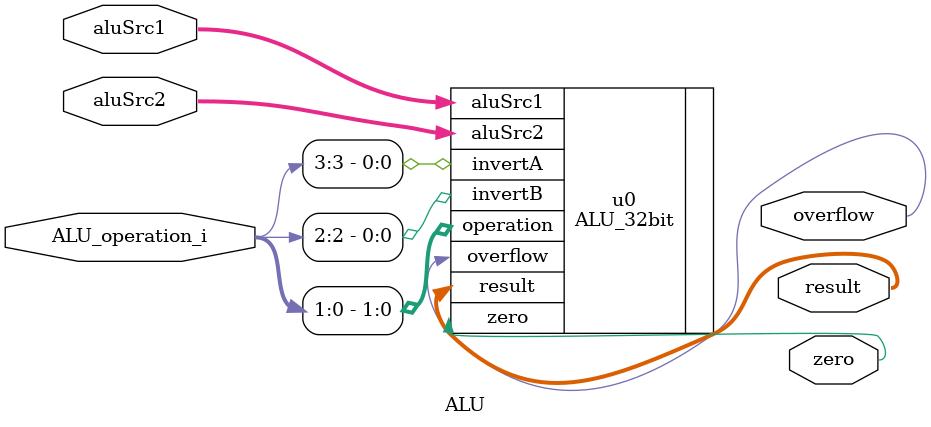
<source format=v>

module ALU( aluSrc1, aluSrc2, ALU_operation_i, result, zero, overflow );

//I/O ports 
input	[32-1:0] aluSrc1;
input	[32-1:0] aluSrc2;
input	 [4-1:0] ALU_operation_i;

output	[32-1:0] result;
output			 zero;
output			 overflow;

//Internal Signals
wire			 zero;
wire			 overflow;
wire	[32-1:0] result;

//Main function
/*your code here*/

ALU_32bit u0(
	.result(result), 
	.zero(zero), 
	.overflow(overflow), 
	.aluSrc1(aluSrc1), 
	.aluSrc2(aluSrc2), 
	.invertA(ALU_operation_i[3]),
	.invertB(ALU_operation_i[2]),
	.operation(ALU_operation_i[1:0])
	);

endmodule

</source>
